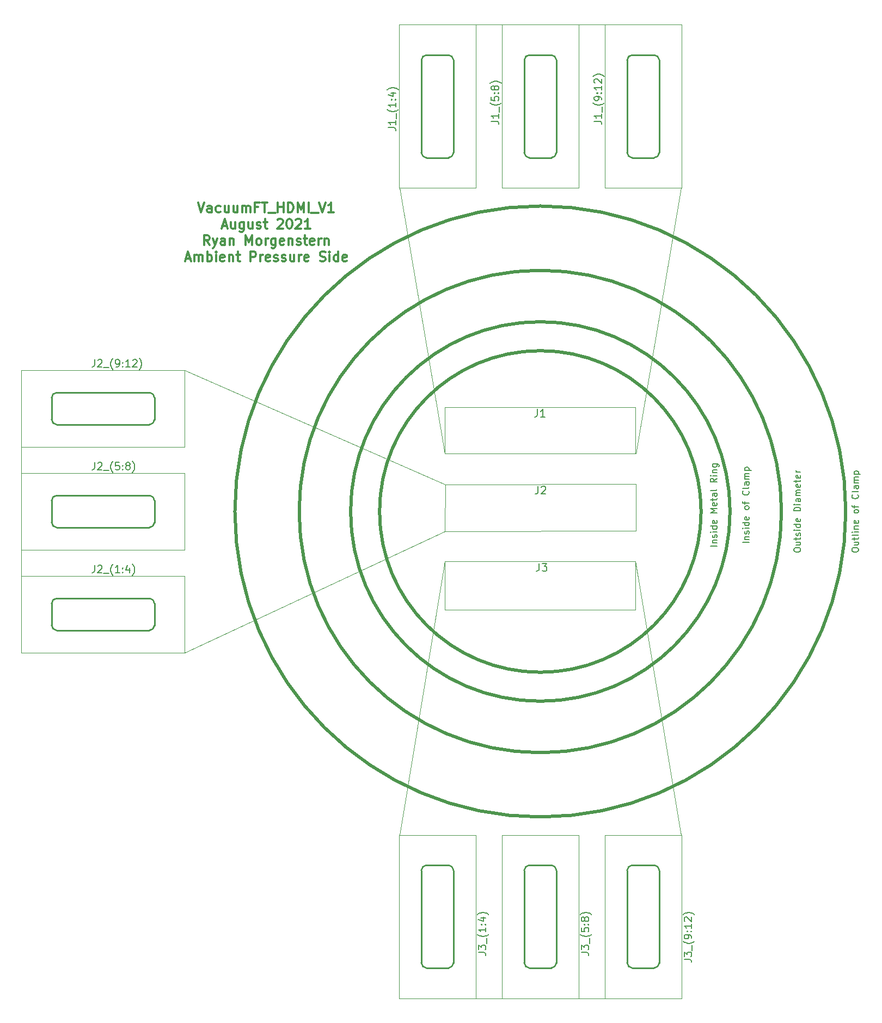
<source format=gbr>
%TF.GenerationSoftware,KiCad,Pcbnew,(5.1.9)-1*%
%TF.CreationDate,2021-08-10T11:53:15-06:00*%
%TF.ProjectId,VacuumFeedThruHDMI,56616375-756d-4466-9565-645468727548,rev?*%
%TF.SameCoordinates,Original*%
%TF.FileFunction,Legend,Top*%
%TF.FilePolarity,Positive*%
%FSLAX46Y46*%
G04 Gerber Fmt 4.6, Leading zero omitted, Abs format (unit mm)*
G04 Created by KiCad (PCBNEW (5.1.9)-1) date 2021-08-10 11:53:15*
%MOMM*%
%LPD*%
G01*
G04 APERTURE LIST*
%ADD10C,0.300000*%
%ADD11C,0.120000*%
%ADD12C,0.254000*%
%ADD13C,0.500000*%
%ADD14C,0.152000*%
%ADD15C,0.150000*%
G04 APERTURE END LIST*
D10*
X-53242857Y48046428D02*
X-52742857Y46546428D01*
X-52242857Y48046428D01*
X-51100000Y46546428D02*
X-51100000Y47332142D01*
X-51171428Y47475000D01*
X-51314285Y47546428D01*
X-51600000Y47546428D01*
X-51742857Y47475000D01*
X-51100000Y46617857D02*
X-51242857Y46546428D01*
X-51600000Y46546428D01*
X-51742857Y46617857D01*
X-51814285Y46760714D01*
X-51814285Y46903571D01*
X-51742857Y47046428D01*
X-51600000Y47117857D01*
X-51242857Y47117857D01*
X-51100000Y47189285D01*
X-49742857Y46617857D02*
X-49885714Y46546428D01*
X-50171428Y46546428D01*
X-50314285Y46617857D01*
X-50385714Y46689285D01*
X-50457142Y46832142D01*
X-50457142Y47260714D01*
X-50385714Y47403571D01*
X-50314285Y47475000D01*
X-50171428Y47546428D01*
X-49885714Y47546428D01*
X-49742857Y47475000D01*
X-48457142Y47546428D02*
X-48457142Y46546428D01*
X-49100000Y47546428D02*
X-49100000Y46760714D01*
X-49028571Y46617857D01*
X-48885714Y46546428D01*
X-48671428Y46546428D01*
X-48528571Y46617857D01*
X-48457142Y46689285D01*
X-47100000Y47546428D02*
X-47100000Y46546428D01*
X-47742857Y47546428D02*
X-47742857Y46760714D01*
X-47671428Y46617857D01*
X-47528571Y46546428D01*
X-47314285Y46546428D01*
X-47171428Y46617857D01*
X-47100000Y46689285D01*
X-46385714Y46546428D02*
X-46385714Y47546428D01*
X-46385714Y47403571D02*
X-46314285Y47475000D01*
X-46171428Y47546428D01*
X-45957142Y47546428D01*
X-45814285Y47475000D01*
X-45742857Y47332142D01*
X-45742857Y46546428D01*
X-45742857Y47332142D02*
X-45671428Y47475000D01*
X-45528571Y47546428D01*
X-45314285Y47546428D01*
X-45171428Y47475000D01*
X-45100000Y47332142D01*
X-45100000Y46546428D01*
X-43885714Y47332142D02*
X-44385714Y47332142D01*
X-44385714Y46546428D02*
X-44385714Y48046428D01*
X-43671428Y48046428D01*
X-43314285Y48046428D02*
X-42457142Y48046428D01*
X-42885714Y46546428D02*
X-42885714Y48046428D01*
X-42314285Y46403571D02*
X-41171428Y46403571D01*
X-40814285Y46546428D02*
X-40814285Y48046428D01*
X-40814285Y47332142D02*
X-39957142Y47332142D01*
X-39957142Y46546428D02*
X-39957142Y48046428D01*
X-39242857Y46546428D02*
X-39242857Y48046428D01*
X-38885714Y48046428D01*
X-38671428Y47975000D01*
X-38528571Y47832142D01*
X-38457142Y47689285D01*
X-38385714Y47403571D01*
X-38385714Y47189285D01*
X-38457142Y46903571D01*
X-38528571Y46760714D01*
X-38671428Y46617857D01*
X-38885714Y46546428D01*
X-39242857Y46546428D01*
X-37742857Y46546428D02*
X-37742857Y48046428D01*
X-37242857Y46975000D01*
X-36742857Y48046428D01*
X-36742857Y46546428D01*
X-36028571Y46546428D02*
X-36028571Y48046428D01*
X-35671428Y46403571D02*
X-34528571Y46403571D01*
X-34385714Y48046428D02*
X-33885714Y46546428D01*
X-33385714Y48046428D01*
X-32100000Y46546428D02*
X-32957142Y46546428D01*
X-32528571Y46546428D02*
X-32528571Y48046428D01*
X-32671428Y47832142D01*
X-32814285Y47689285D01*
X-32957142Y47617857D01*
X-49457142Y44425000D02*
X-48742857Y44425000D01*
X-49600000Y43996428D02*
X-49100000Y45496428D01*
X-48600000Y43996428D01*
X-47457142Y44996428D02*
X-47457142Y43996428D01*
X-48100000Y44996428D02*
X-48100000Y44210714D01*
X-48028571Y44067857D01*
X-47885714Y43996428D01*
X-47671428Y43996428D01*
X-47528571Y44067857D01*
X-47457142Y44139285D01*
X-46100000Y44996428D02*
X-46100000Y43782142D01*
X-46171428Y43639285D01*
X-46242857Y43567857D01*
X-46385714Y43496428D01*
X-46600000Y43496428D01*
X-46742857Y43567857D01*
X-46100000Y44067857D02*
X-46242857Y43996428D01*
X-46528571Y43996428D01*
X-46671428Y44067857D01*
X-46742857Y44139285D01*
X-46814285Y44282142D01*
X-46814285Y44710714D01*
X-46742857Y44853571D01*
X-46671428Y44925000D01*
X-46528571Y44996428D01*
X-46242857Y44996428D01*
X-46100000Y44925000D01*
X-44742857Y44996428D02*
X-44742857Y43996428D01*
X-45385714Y44996428D02*
X-45385714Y44210714D01*
X-45314285Y44067857D01*
X-45171428Y43996428D01*
X-44957142Y43996428D01*
X-44814285Y44067857D01*
X-44742857Y44139285D01*
X-44100000Y44067857D02*
X-43957142Y43996428D01*
X-43671428Y43996428D01*
X-43528571Y44067857D01*
X-43457142Y44210714D01*
X-43457142Y44282142D01*
X-43528571Y44425000D01*
X-43671428Y44496428D01*
X-43885714Y44496428D01*
X-44028571Y44567857D01*
X-44100000Y44710714D01*
X-44100000Y44782142D01*
X-44028571Y44925000D01*
X-43885714Y44996428D01*
X-43671428Y44996428D01*
X-43528571Y44925000D01*
X-43028571Y44996428D02*
X-42457142Y44996428D01*
X-42814285Y45496428D02*
X-42814285Y44210714D01*
X-42742857Y44067857D01*
X-42600000Y43996428D01*
X-42457142Y43996428D01*
X-40885714Y45353571D02*
X-40814285Y45425000D01*
X-40671428Y45496428D01*
X-40314285Y45496428D01*
X-40171428Y45425000D01*
X-40100000Y45353571D01*
X-40028571Y45210714D01*
X-40028571Y45067857D01*
X-40100000Y44853571D01*
X-40957142Y43996428D01*
X-40028571Y43996428D01*
X-39100000Y45496428D02*
X-38957142Y45496428D01*
X-38814285Y45425000D01*
X-38742857Y45353571D01*
X-38671428Y45210714D01*
X-38600000Y44925000D01*
X-38600000Y44567857D01*
X-38671428Y44282142D01*
X-38742857Y44139285D01*
X-38814285Y44067857D01*
X-38957142Y43996428D01*
X-39100000Y43996428D01*
X-39242857Y44067857D01*
X-39314285Y44139285D01*
X-39385714Y44282142D01*
X-39457142Y44567857D01*
X-39457142Y44925000D01*
X-39385714Y45210714D01*
X-39314285Y45353571D01*
X-39242857Y45425000D01*
X-39100000Y45496428D01*
X-38028571Y45353571D02*
X-37957142Y45425000D01*
X-37814285Y45496428D01*
X-37457142Y45496428D01*
X-37314285Y45425000D01*
X-37242857Y45353571D01*
X-37171428Y45210714D01*
X-37171428Y45067857D01*
X-37242857Y44853571D01*
X-38100000Y43996428D01*
X-37171428Y43996428D01*
X-35742857Y43996428D02*
X-36600000Y43996428D01*
X-36171428Y43996428D02*
X-36171428Y45496428D01*
X-36314285Y45282142D01*
X-36457142Y45139285D01*
X-36600000Y45067857D01*
X-51457142Y41446428D02*
X-51957142Y42160714D01*
X-52314285Y41446428D02*
X-52314285Y42946428D01*
X-51742857Y42946428D01*
X-51600000Y42875000D01*
X-51528571Y42803571D01*
X-51457142Y42660714D01*
X-51457142Y42446428D01*
X-51528571Y42303571D01*
X-51600000Y42232142D01*
X-51742857Y42160714D01*
X-52314285Y42160714D01*
X-50957142Y42446428D02*
X-50600000Y41446428D01*
X-50242857Y42446428D02*
X-50600000Y41446428D01*
X-50742857Y41089285D01*
X-50814285Y41017857D01*
X-50957142Y40946428D01*
X-49028571Y41446428D02*
X-49028571Y42232142D01*
X-49100000Y42375000D01*
X-49242857Y42446428D01*
X-49528571Y42446428D01*
X-49671428Y42375000D01*
X-49028571Y41517857D02*
X-49171428Y41446428D01*
X-49528571Y41446428D01*
X-49671428Y41517857D01*
X-49742857Y41660714D01*
X-49742857Y41803571D01*
X-49671428Y41946428D01*
X-49528571Y42017857D01*
X-49171428Y42017857D01*
X-49028571Y42089285D01*
X-48314285Y42446428D02*
X-48314285Y41446428D01*
X-48314285Y42303571D02*
X-48242857Y42375000D01*
X-48100000Y42446428D01*
X-47885714Y42446428D01*
X-47742857Y42375000D01*
X-47671428Y42232142D01*
X-47671428Y41446428D01*
X-45814285Y41446428D02*
X-45814285Y42946428D01*
X-45314285Y41875000D01*
X-44814285Y42946428D01*
X-44814285Y41446428D01*
X-43885714Y41446428D02*
X-44028571Y41517857D01*
X-44100000Y41589285D01*
X-44171428Y41732142D01*
X-44171428Y42160714D01*
X-44100000Y42303571D01*
X-44028571Y42375000D01*
X-43885714Y42446428D01*
X-43671428Y42446428D01*
X-43528571Y42375000D01*
X-43457142Y42303571D01*
X-43385714Y42160714D01*
X-43385714Y41732142D01*
X-43457142Y41589285D01*
X-43528571Y41517857D01*
X-43671428Y41446428D01*
X-43885714Y41446428D01*
X-42742857Y41446428D02*
X-42742857Y42446428D01*
X-42742857Y42160714D02*
X-42671428Y42303571D01*
X-42600000Y42375000D01*
X-42457142Y42446428D01*
X-42314285Y42446428D01*
X-41171428Y42446428D02*
X-41171428Y41232142D01*
X-41242857Y41089285D01*
X-41314285Y41017857D01*
X-41457142Y40946428D01*
X-41671428Y40946428D01*
X-41814285Y41017857D01*
X-41171428Y41517857D02*
X-41314285Y41446428D01*
X-41600000Y41446428D01*
X-41742857Y41517857D01*
X-41814285Y41589285D01*
X-41885714Y41732142D01*
X-41885714Y42160714D01*
X-41814285Y42303571D01*
X-41742857Y42375000D01*
X-41600000Y42446428D01*
X-41314285Y42446428D01*
X-41171428Y42375000D01*
X-39885714Y41517857D02*
X-40028571Y41446428D01*
X-40314285Y41446428D01*
X-40457142Y41517857D01*
X-40528571Y41660714D01*
X-40528571Y42232142D01*
X-40457142Y42375000D01*
X-40314285Y42446428D01*
X-40028571Y42446428D01*
X-39885714Y42375000D01*
X-39814285Y42232142D01*
X-39814285Y42089285D01*
X-40528571Y41946428D01*
X-39171428Y42446428D02*
X-39171428Y41446428D01*
X-39171428Y42303571D02*
X-39100000Y42375000D01*
X-38957142Y42446428D01*
X-38742857Y42446428D01*
X-38600000Y42375000D01*
X-38528571Y42232142D01*
X-38528571Y41446428D01*
X-37885714Y41517857D02*
X-37742857Y41446428D01*
X-37457142Y41446428D01*
X-37314285Y41517857D01*
X-37242857Y41660714D01*
X-37242857Y41732142D01*
X-37314285Y41875000D01*
X-37457142Y41946428D01*
X-37671428Y41946428D01*
X-37814285Y42017857D01*
X-37885714Y42160714D01*
X-37885714Y42232142D01*
X-37814285Y42375000D01*
X-37671428Y42446428D01*
X-37457142Y42446428D01*
X-37314285Y42375000D01*
X-36814285Y42446428D02*
X-36242857Y42446428D01*
X-36600000Y42946428D02*
X-36600000Y41660714D01*
X-36528571Y41517857D01*
X-36385714Y41446428D01*
X-36242857Y41446428D01*
X-35171428Y41517857D02*
X-35314285Y41446428D01*
X-35600000Y41446428D01*
X-35742857Y41517857D01*
X-35814285Y41660714D01*
X-35814285Y42232142D01*
X-35742857Y42375000D01*
X-35600000Y42446428D01*
X-35314285Y42446428D01*
X-35171428Y42375000D01*
X-35100000Y42232142D01*
X-35100000Y42089285D01*
X-35814285Y41946428D01*
X-34457142Y41446428D02*
X-34457142Y42446428D01*
X-34457142Y42160714D02*
X-34385714Y42303571D01*
X-34314285Y42375000D01*
X-34171428Y42446428D01*
X-34028571Y42446428D01*
X-33528571Y42446428D02*
X-33528571Y41446428D01*
X-33528571Y42303571D02*
X-33457142Y42375000D01*
X-33314285Y42446428D01*
X-33100000Y42446428D01*
X-32957142Y42375000D01*
X-32885714Y42232142D01*
X-32885714Y41446428D01*
X-55135714Y39325000D02*
X-54421428Y39325000D01*
X-55278571Y38896428D02*
X-54778571Y40396428D01*
X-54278571Y38896428D01*
X-53778571Y38896428D02*
X-53778571Y39896428D01*
X-53778571Y39753571D02*
X-53707142Y39825000D01*
X-53564285Y39896428D01*
X-53349999Y39896428D01*
X-53207142Y39825000D01*
X-53135714Y39682142D01*
X-53135714Y38896428D01*
X-53135714Y39682142D02*
X-53064285Y39825000D01*
X-52921428Y39896428D01*
X-52707142Y39896428D01*
X-52564285Y39825000D01*
X-52492857Y39682142D01*
X-52492857Y38896428D01*
X-51778571Y38896428D02*
X-51778571Y40396428D01*
X-51778571Y39825000D02*
X-51635714Y39896428D01*
X-51350000Y39896428D01*
X-51207142Y39825000D01*
X-51135714Y39753571D01*
X-51064285Y39610714D01*
X-51064285Y39182142D01*
X-51135714Y39039285D01*
X-51207142Y38967857D01*
X-51350000Y38896428D01*
X-51635714Y38896428D01*
X-51778571Y38967857D01*
X-50421428Y38896428D02*
X-50421428Y39896428D01*
X-50421428Y40396428D02*
X-50492857Y40325000D01*
X-50421428Y40253571D01*
X-50350000Y40325000D01*
X-50421428Y40396428D01*
X-50421428Y40253571D01*
X-49135714Y38967857D02*
X-49278571Y38896428D01*
X-49564285Y38896428D01*
X-49707142Y38967857D01*
X-49778571Y39110714D01*
X-49778571Y39682142D01*
X-49707142Y39825000D01*
X-49564285Y39896428D01*
X-49278571Y39896428D01*
X-49135714Y39825000D01*
X-49064285Y39682142D01*
X-49064285Y39539285D01*
X-49778571Y39396428D01*
X-48421428Y39896428D02*
X-48421428Y38896428D01*
X-48421428Y39753571D02*
X-48350000Y39825000D01*
X-48207142Y39896428D01*
X-47992857Y39896428D01*
X-47850000Y39825000D01*
X-47778571Y39682142D01*
X-47778571Y38896428D01*
X-47278571Y39896428D02*
X-46707142Y39896428D01*
X-47064285Y40396428D02*
X-47064285Y39110714D01*
X-46992857Y38967857D01*
X-46850000Y38896428D01*
X-46707142Y38896428D01*
X-45064285Y38896428D02*
X-45064285Y40396428D01*
X-44492857Y40396428D01*
X-44350000Y40325000D01*
X-44278571Y40253571D01*
X-44207142Y40110714D01*
X-44207142Y39896428D01*
X-44278571Y39753571D01*
X-44350000Y39682142D01*
X-44492857Y39610714D01*
X-45064285Y39610714D01*
X-43564285Y38896428D02*
X-43564285Y39896428D01*
X-43564285Y39610714D02*
X-43492857Y39753571D01*
X-43421428Y39825000D01*
X-43278571Y39896428D01*
X-43135714Y39896428D01*
X-42064285Y38967857D02*
X-42207142Y38896428D01*
X-42492857Y38896428D01*
X-42635714Y38967857D01*
X-42707142Y39110714D01*
X-42707142Y39682142D01*
X-42635714Y39825000D01*
X-42492857Y39896428D01*
X-42207142Y39896428D01*
X-42064285Y39825000D01*
X-41992857Y39682142D01*
X-41992857Y39539285D01*
X-42707142Y39396428D01*
X-41421428Y38967857D02*
X-41278571Y38896428D01*
X-40992857Y38896428D01*
X-40850000Y38967857D01*
X-40778571Y39110714D01*
X-40778571Y39182142D01*
X-40850000Y39325000D01*
X-40992857Y39396428D01*
X-41207142Y39396428D01*
X-41350000Y39467857D01*
X-41421428Y39610714D01*
X-41421428Y39682142D01*
X-41350000Y39825000D01*
X-41207142Y39896428D01*
X-40992857Y39896428D01*
X-40850000Y39825000D01*
X-40207142Y38967857D02*
X-40064285Y38896428D01*
X-39778571Y38896428D01*
X-39635714Y38967857D01*
X-39564285Y39110714D01*
X-39564285Y39182142D01*
X-39635714Y39325000D01*
X-39778571Y39396428D01*
X-39992857Y39396428D01*
X-40135714Y39467857D01*
X-40207142Y39610714D01*
X-40207142Y39682142D01*
X-40135714Y39825000D01*
X-39992857Y39896428D01*
X-39778571Y39896428D01*
X-39635714Y39825000D01*
X-38278571Y39896428D02*
X-38278571Y38896428D01*
X-38921428Y39896428D02*
X-38921428Y39110714D01*
X-38849999Y38967857D01*
X-38707142Y38896428D01*
X-38492857Y38896428D01*
X-38350000Y38967857D01*
X-38278571Y39039285D01*
X-37564285Y38896428D02*
X-37564285Y39896428D01*
X-37564285Y39610714D02*
X-37492857Y39753571D01*
X-37421428Y39825000D01*
X-37278571Y39896428D01*
X-37135714Y39896428D01*
X-36064285Y38967857D02*
X-36207142Y38896428D01*
X-36492857Y38896428D01*
X-36635714Y38967857D01*
X-36707142Y39110714D01*
X-36707142Y39682142D01*
X-36635714Y39825000D01*
X-36492857Y39896428D01*
X-36207142Y39896428D01*
X-36064285Y39825000D01*
X-35992857Y39682142D01*
X-35992857Y39539285D01*
X-36707142Y39396428D01*
X-34278571Y38967857D02*
X-34064285Y38896428D01*
X-33707142Y38896428D01*
X-33564285Y38967857D01*
X-33492857Y39039285D01*
X-33421428Y39182142D01*
X-33421428Y39325000D01*
X-33492857Y39467857D01*
X-33564285Y39539285D01*
X-33707142Y39610714D01*
X-33992857Y39682142D01*
X-34135714Y39753571D01*
X-34207142Y39825000D01*
X-34278571Y39967857D01*
X-34278571Y40110714D01*
X-34207142Y40253571D01*
X-34135714Y40325000D01*
X-33992857Y40396428D01*
X-33635714Y40396428D01*
X-33421428Y40325000D01*
X-32778571Y38896428D02*
X-32778571Y39896428D01*
X-32778571Y40396428D02*
X-32849999Y40325000D01*
X-32778571Y40253571D01*
X-32707142Y40325000D01*
X-32778571Y40396428D01*
X-32778571Y40253571D01*
X-31421428Y38896428D02*
X-31421428Y40396428D01*
X-31421428Y38967857D02*
X-31564285Y38896428D01*
X-31849999Y38896428D01*
X-31992857Y38967857D01*
X-32064285Y39039285D01*
X-32135714Y39182142D01*
X-32135714Y39610714D01*
X-32064285Y39753571D01*
X-31992857Y39825000D01*
X-31849999Y39896428D01*
X-31564285Y39896428D01*
X-31421428Y39825000D01*
X-30135714Y38967857D02*
X-30278571Y38896428D01*
X-30564285Y38896428D01*
X-30707142Y38967857D01*
X-30778571Y39110714D01*
X-30778571Y39682142D01*
X-30707142Y39825000D01*
X-30564285Y39896428D01*
X-30278571Y39896428D01*
X-30135714Y39825000D01*
X-30064285Y39682142D01*
X-30064285Y39539285D01*
X-30778571Y39396428D01*
D11*
X14750000Y16250000D02*
X14750000Y8990000D01*
X-14860000Y16250000D02*
X14750000Y16250000D01*
X-14860000Y9000000D02*
X-14860000Y16250000D01*
X14800000Y-7750000D02*
X14800000Y-15250000D01*
X-14840000Y-15250000D02*
X14800000Y-15250000D01*
X-14840000Y-7750000D02*
X-14840000Y-15250000D01*
X14900000Y-3000000D02*
X-14840000Y-3110000D01*
X14900000Y4250000D02*
X14900000Y-3000000D01*
X-14800000Y4200000D02*
X14900000Y4250000D01*
X14800000Y-7750000D02*
X-14840000Y-7750000D01*
X21900000Y-50300000D02*
X14800000Y-7750000D01*
X-19000000Y-75700000D02*
X19000000Y-75700000D01*
X-14840000Y-7750000D02*
X-21900000Y-50300000D01*
X-14860000Y9000000D02*
X14840000Y8990000D01*
X-14800000Y4200000D02*
X-14840000Y-3110000D01*
X-55300000Y-22000000D02*
X-14840000Y-3110000D01*
X-80700000Y19000000D02*
X-80700000Y-19000000D01*
X-14800000Y4200000D02*
X-55300000Y22000000D01*
X-19000000Y75700000D02*
X19000000Y75700000D01*
X-14860000Y9000000D02*
X-21900000Y50300000D01*
X14840000Y8990000D02*
X21900000Y50300000D01*
%TO.C,J3_(9:12)*%
X22000000Y-50300000D02*
X22000000Y-75700000D01*
D12*
X14300000Y-71000000D02*
X17700000Y-71000000D01*
X17700000Y-55000000D02*
X14300000Y-55000000D01*
X13500000Y-70200000D02*
X13500000Y-55800000D01*
X18500000Y-55800000D02*
X18500000Y-70200000D01*
D11*
X22000000Y-75700000D02*
X10000000Y-75700000D01*
X22000000Y-50300000D02*
X10000000Y-50300000D01*
X10000000Y-50300000D02*
X10000000Y-75700000D01*
D12*
X17699391Y-70999077D02*
G75*
G03*
X18500000Y-70200000I-39391J840077D01*
G01*
X14300579Y-55000924D02*
G75*
G03*
X13500000Y-55800000I39421J-840076D01*
G01*
X13499923Y-70200391D02*
G75*
G03*
X14299000Y-71001000I840077J39391D01*
G01*
X18500076Y-55799579D02*
G75*
G03*
X17701000Y-54999000I-840076J-39421D01*
G01*
D11*
%TO.C,J3_(1:4)*%
X-10000000Y-50300000D02*
X-10000000Y-75700000D01*
D12*
X-17700000Y-71000000D02*
X-14300000Y-71000000D01*
X-14300000Y-55000000D02*
X-17700000Y-55000000D01*
X-18500000Y-70200000D02*
X-18500000Y-55800000D01*
X-13500000Y-55800000D02*
X-13500000Y-70200000D01*
D11*
X-10000000Y-75700000D02*
X-22000000Y-75700000D01*
X-10000000Y-50300000D02*
X-22000000Y-50300000D01*
X-22000000Y-50300000D02*
X-22000000Y-75700000D01*
D12*
X-14300609Y-70999077D02*
G75*
G03*
X-13500000Y-70200000I-39391J840077D01*
G01*
X-17699421Y-55000924D02*
G75*
G03*
X-18500000Y-55800000I39421J-840076D01*
G01*
X-18500077Y-70200391D02*
G75*
G03*
X-17701000Y-71001000I840077J39391D01*
G01*
X-13499924Y-55799579D02*
G75*
G03*
X-14299000Y-54999000I-840076J-39421D01*
G01*
D11*
%TO.C,J3_(5:8)*%
X6000000Y-50300000D02*
X6000000Y-75700000D01*
D12*
X-1700000Y-71000000D02*
X1700000Y-71000000D01*
X1700000Y-55000000D02*
X-1700000Y-55000000D01*
X-2500000Y-70200000D02*
X-2500000Y-55800000D01*
X2500000Y-55800000D02*
X2500000Y-70200000D01*
D11*
X6000000Y-75700000D02*
X-6000000Y-75700000D01*
X6000000Y-50300000D02*
X-6000000Y-50300000D01*
X-6000000Y-50300000D02*
X-6000000Y-75700000D01*
D12*
X1699391Y-70999077D02*
G75*
G03*
X2500000Y-70200000I-39391J840077D01*
G01*
X-1699421Y-55000924D02*
G75*
G03*
X-2500000Y-55800000I39421J-840076D01*
G01*
X-2500077Y-70200391D02*
G75*
G03*
X-1701000Y-71001000I840077J39391D01*
G01*
X2500076Y-55799579D02*
G75*
G03*
X1701000Y-54999000I-840076J-39421D01*
G01*
D11*
%TO.C,J1_(9:12)*%
X10000000Y50300000D02*
X10000000Y75700000D01*
D12*
X17700000Y71000000D02*
X14300000Y71000000D01*
X14300000Y55000000D02*
X17700000Y55000000D01*
X18500000Y70200000D02*
X18500000Y55800000D01*
X13500000Y55800000D02*
X13500000Y70200000D01*
D11*
X10000000Y75700000D02*
X22000000Y75700000D01*
X10000000Y50300000D02*
X22000000Y50300000D01*
X22000000Y50300000D02*
X22000000Y75700000D01*
D12*
X14300609Y70999077D02*
G75*
G03*
X13500000Y70200000I39391J-840077D01*
G01*
X17699421Y55000924D02*
G75*
G03*
X18500000Y55800000I-39421J840076D01*
G01*
X18500077Y70200391D02*
G75*
G03*
X17701000Y71001000I-840077J-39391D01*
G01*
X13499924Y55799579D02*
G75*
G03*
X14299000Y54999000I840076J39421D01*
G01*
D11*
%TO.C,J1_(1:4)*%
X-22000000Y50300000D02*
X-22000000Y75700000D01*
D12*
X-14300000Y71000000D02*
X-17700000Y71000000D01*
X-17700000Y55000000D02*
X-14300000Y55000000D01*
X-13500000Y70200000D02*
X-13500000Y55800000D01*
X-18500000Y55800000D02*
X-18500000Y70200000D01*
D11*
X-22000000Y75700000D02*
X-10000000Y75700000D01*
X-22000000Y50300000D02*
X-10000000Y50300000D01*
X-10000000Y50300000D02*
X-10000000Y75700000D01*
D12*
X-17699391Y70999077D02*
G75*
G03*
X-18500000Y70200000I39391J-840077D01*
G01*
X-14300579Y55000924D02*
G75*
G03*
X-13500000Y55800000I-39421J840076D01*
G01*
X-13499923Y70200391D02*
G75*
G03*
X-14299000Y71001000I-840077J-39391D01*
G01*
X-18500076Y55799579D02*
G75*
G03*
X-17701000Y54999000I840076J39421D01*
G01*
D11*
%TO.C,J1_(5:8)*%
X-6000000Y50300000D02*
X-6000000Y75700000D01*
D12*
X1700000Y71000000D02*
X-1700000Y71000000D01*
X-1700000Y55000000D02*
X1700000Y55000000D01*
X2500000Y70200000D02*
X2500000Y55800000D01*
X-2500000Y55800000D02*
X-2500000Y70200000D01*
D11*
X-6000000Y75700000D02*
X6000000Y75700000D01*
X-6000000Y50300000D02*
X6000000Y50300000D01*
X6000000Y50300000D02*
X6000000Y75700000D01*
D12*
X-1699391Y70999077D02*
G75*
G03*
X-2500000Y70200000I39391J-840077D01*
G01*
X1699421Y55000924D02*
G75*
G03*
X2500000Y55800000I-39421J840076D01*
G01*
X2500077Y70200391D02*
G75*
G03*
X1701000Y71001000I-840077J-39391D01*
G01*
X-2500076Y55799579D02*
G75*
G03*
X-1701000Y54999000I840076J39421D01*
G01*
D11*
%TO.C,J2_(9:12)*%
X-80700000Y22000000D02*
X-55300000Y22000000D01*
D12*
X-60000000Y14300000D02*
X-60000000Y17700000D01*
X-76000000Y17700000D02*
X-76000000Y14300000D01*
X-60800000Y13500000D02*
X-75200000Y13500000D01*
X-75200000Y18500000D02*
X-60800000Y18500000D01*
D11*
X-55300000Y22000000D02*
X-55300000Y10000000D01*
X-80700000Y22000000D02*
X-80700000Y10000000D01*
X-80700000Y10000000D02*
X-55300000Y10000000D01*
D12*
X-60000923Y17699391D02*
G75*
G03*
X-60800000Y18500000I-840077J-39391D01*
G01*
X-75999076Y14300579D02*
G75*
G03*
X-75200000Y13500000I840076J39421D01*
G01*
X-60799609Y13499923D02*
G75*
G03*
X-59999000Y14299000I-39391J840077D01*
G01*
X-75200421Y18500076D02*
G75*
G03*
X-76001000Y17701000I39421J-840076D01*
G01*
D11*
%TO.C,J2_(1:4)*%
X-80700000Y-10000000D02*
X-55300000Y-10000000D01*
D12*
X-60000000Y-17700000D02*
X-60000000Y-14300000D01*
X-76000000Y-14300000D02*
X-76000000Y-17700000D01*
X-60800000Y-18500000D02*
X-75200000Y-18500000D01*
X-75200000Y-13500000D02*
X-60800000Y-13500000D01*
D11*
X-55300000Y-10000000D02*
X-55300000Y-22000000D01*
X-80700000Y-10000000D02*
X-80700000Y-22000000D01*
X-80700000Y-22000000D02*
X-55300000Y-22000000D01*
D12*
X-60000923Y-14300609D02*
G75*
G03*
X-60800000Y-13500000I-840077J-39391D01*
G01*
X-75999076Y-17699421D02*
G75*
G03*
X-75200000Y-18500000I840076J39421D01*
G01*
X-60799609Y-18500077D02*
G75*
G03*
X-59999000Y-17701000I-39391J840077D01*
G01*
X-75200421Y-13499924D02*
G75*
G03*
X-76001000Y-14299000I39421J-840076D01*
G01*
D11*
%TO.C,J2_(5:8)*%
X-80700000Y6000000D02*
X-55300000Y6000000D01*
D12*
X-60000000Y-1700000D02*
X-60000000Y1700000D01*
X-76000000Y1700000D02*
X-76000000Y-1700000D01*
X-60800000Y-2500000D02*
X-75200000Y-2500000D01*
X-75200000Y2500000D02*
X-60800000Y2500000D01*
D11*
X-55300000Y6000000D02*
X-55300000Y-6000000D01*
X-80700000Y6000000D02*
X-80700000Y-6000000D01*
X-80700000Y-6000000D02*
X-55300000Y-6000000D01*
D12*
X-60000923Y1699391D02*
G75*
G03*
X-60800000Y2500000I-840077J-39391D01*
G01*
X-75999076Y-1699421D02*
G75*
G03*
X-75200000Y-2500000I840076J39421D01*
G01*
X-60799609Y-2500077D02*
G75*
G03*
X-59999000Y-1701000I-39391J840077D01*
G01*
X-75200421Y2500076D02*
G75*
G03*
X-76001000Y1701000I39421J-840076D01*
G01*
D13*
%TO.C,J2*%
X25000000Y0D02*
G75*
G03*
X25000000Y0I-25000000J0D01*
G01*
X37500000Y0D02*
G75*
G03*
X37500000Y0I-37500000J0D01*
G01*
X47500000Y0D02*
G75*
G03*
X47500000Y0I-47500000J0D01*
G01*
X29500000Y0D02*
G75*
G03*
X29500000Y0I-29500000J0D01*
G01*
%TO.C,J3_(9:12)*%
D14*
X22374071Y-69664371D02*
X23190500Y-69664371D01*
X23353785Y-69718800D01*
X23462642Y-69827657D01*
X23517071Y-69990942D01*
X23517071Y-70099800D01*
X22374071Y-69228942D02*
X22374071Y-68521371D01*
X22809500Y-68902371D01*
X22809500Y-68739085D01*
X22863928Y-68630228D01*
X22918357Y-68575800D01*
X23027214Y-68521371D01*
X23299357Y-68521371D01*
X23408214Y-68575800D01*
X23462642Y-68630228D01*
X23517071Y-68739085D01*
X23517071Y-69065657D01*
X23462642Y-69174514D01*
X23408214Y-69228942D01*
X23625928Y-68303657D02*
X23625928Y-67432800D01*
X23952500Y-66834085D02*
X23898071Y-66888514D01*
X23734785Y-66997371D01*
X23625928Y-67051800D01*
X23462642Y-67106228D01*
X23190500Y-67160657D01*
X22972785Y-67160657D01*
X22700642Y-67106228D01*
X22537357Y-67051800D01*
X22428500Y-66997371D01*
X22265214Y-66888514D01*
X22210785Y-66834085D01*
X23517071Y-66344228D02*
X23517071Y-66126514D01*
X23462642Y-66017657D01*
X23408214Y-65963228D01*
X23244928Y-65854371D01*
X23027214Y-65799942D01*
X22591785Y-65799942D01*
X22482928Y-65854371D01*
X22428500Y-65908800D01*
X22374071Y-66017657D01*
X22374071Y-66235371D01*
X22428500Y-66344228D01*
X22482928Y-66398657D01*
X22591785Y-66453085D01*
X22863928Y-66453085D01*
X22972785Y-66398657D01*
X23027214Y-66344228D01*
X23081642Y-66235371D01*
X23081642Y-66017657D01*
X23027214Y-65908800D01*
X22972785Y-65854371D01*
X22863928Y-65799942D01*
X23408214Y-65310085D02*
X23462642Y-65255657D01*
X23517071Y-65310085D01*
X23462642Y-65364514D01*
X23408214Y-65310085D01*
X23517071Y-65310085D01*
X22809500Y-65310085D02*
X22863928Y-65255657D01*
X22918357Y-65310085D01*
X22863928Y-65364514D01*
X22809500Y-65310085D01*
X22918357Y-65310085D01*
X23517071Y-64167085D02*
X23517071Y-64820228D01*
X23517071Y-64493657D02*
X22374071Y-64493657D01*
X22537357Y-64602514D01*
X22646214Y-64711371D01*
X22700642Y-64820228D01*
X22482928Y-63731657D02*
X22428500Y-63677228D01*
X22374071Y-63568371D01*
X22374071Y-63296228D01*
X22428500Y-63187371D01*
X22482928Y-63132942D01*
X22591785Y-63078514D01*
X22700642Y-63078514D01*
X22863928Y-63132942D01*
X23517071Y-63786085D01*
X23517071Y-63078514D01*
X23952500Y-62697514D02*
X23898071Y-62643085D01*
X23734785Y-62534228D01*
X23625928Y-62479800D01*
X23462642Y-62425371D01*
X23190500Y-62370942D01*
X22972785Y-62370942D01*
X22700642Y-62425371D01*
X22537357Y-62479800D01*
X22428500Y-62534228D01*
X22265214Y-62643085D01*
X22210785Y-62697514D01*
%TO.C,*%
D15*
X-190000Y-8072857D02*
X-190000Y-8930000D01*
X-247142Y-9101428D01*
X-361428Y-9215714D01*
X-532857Y-9272857D01*
X-647142Y-9272857D01*
X267142Y-8072857D02*
X1009999Y-8072857D01*
X609999Y-8530000D01*
X781428Y-8530000D01*
X895714Y-8587142D01*
X952857Y-8644285D01*
X1009999Y-8758571D01*
X1009999Y-9044285D01*
X952857Y-9158571D01*
X895714Y-9215714D01*
X781428Y-9272857D01*
X438571Y-9272857D01*
X324285Y-9215714D01*
X267142Y-9158571D01*
X-460000Y15917142D02*
X-460000Y15060000D01*
X-517142Y14888571D01*
X-631428Y14774285D01*
X-802857Y14717142D01*
X-917142Y14717142D01*
X739999Y14717142D02*
X54285Y14717142D01*
X397142Y14717142D02*
X397142Y15917142D01*
X282857Y15745714D01*
X168571Y15631428D01*
X54285Y15574285D01*
%TO.C,J3_(1:4)*%
D14*
X-9625928Y-68575800D02*
X-8809500Y-68575800D01*
X-8646214Y-68630228D01*
X-8537357Y-68739085D01*
X-8482928Y-68902371D01*
X-8482928Y-69011228D01*
X-9625928Y-68140371D02*
X-9625928Y-67432800D01*
X-9190500Y-67813800D01*
X-9190500Y-67650514D01*
X-9136071Y-67541657D01*
X-9081642Y-67487228D01*
X-8972785Y-67432800D01*
X-8700642Y-67432800D01*
X-8591785Y-67487228D01*
X-8537357Y-67541657D01*
X-8482928Y-67650514D01*
X-8482928Y-67977085D01*
X-8537357Y-68085942D01*
X-8591785Y-68140371D01*
X-8374071Y-67215085D02*
X-8374071Y-66344228D01*
X-8047500Y-65745514D02*
X-8101928Y-65799942D01*
X-8265214Y-65908800D01*
X-8374071Y-65963228D01*
X-8537357Y-66017657D01*
X-8809500Y-66072085D01*
X-9027214Y-66072085D01*
X-9299357Y-66017657D01*
X-9462642Y-65963228D01*
X-9571500Y-65908800D01*
X-9734785Y-65799942D01*
X-9789214Y-65745514D01*
X-8482928Y-64711371D02*
X-8482928Y-65364514D01*
X-8482928Y-65037942D02*
X-9625928Y-65037942D01*
X-9462642Y-65146800D01*
X-9353785Y-65255657D01*
X-9299357Y-65364514D01*
X-8591785Y-64221514D02*
X-8537357Y-64167085D01*
X-8482928Y-64221514D01*
X-8537357Y-64275942D01*
X-8591785Y-64221514D01*
X-8482928Y-64221514D01*
X-9190500Y-64221514D02*
X-9136071Y-64167085D01*
X-9081642Y-64221514D01*
X-9136071Y-64275942D01*
X-9190500Y-64221514D01*
X-9081642Y-64221514D01*
X-9244928Y-63187371D02*
X-8482928Y-63187371D01*
X-9680357Y-63459514D02*
X-8863928Y-63731657D01*
X-8863928Y-63024085D01*
X-8047500Y-62697514D02*
X-8101928Y-62643085D01*
X-8265214Y-62534228D01*
X-8374071Y-62479800D01*
X-8537357Y-62425371D01*
X-8809500Y-62370942D01*
X-9027214Y-62370942D01*
X-9299357Y-62425371D01*
X-9462642Y-62479800D01*
X-9571500Y-62534228D01*
X-9734785Y-62643085D01*
X-9789214Y-62697514D01*
%TO.C,J3_(5:8)*%
X6374071Y-68575800D02*
X7190500Y-68575800D01*
X7353785Y-68630228D01*
X7462642Y-68739085D01*
X7517071Y-68902371D01*
X7517071Y-69011228D01*
X6374071Y-68140371D02*
X6374071Y-67432800D01*
X6809500Y-67813800D01*
X6809500Y-67650514D01*
X6863928Y-67541657D01*
X6918357Y-67487228D01*
X7027214Y-67432800D01*
X7299357Y-67432800D01*
X7408214Y-67487228D01*
X7462642Y-67541657D01*
X7517071Y-67650514D01*
X7517071Y-67977085D01*
X7462642Y-68085942D01*
X7408214Y-68140371D01*
X7625928Y-67215085D02*
X7625928Y-66344228D01*
X7952500Y-65745514D02*
X7898071Y-65799942D01*
X7734785Y-65908800D01*
X7625928Y-65963228D01*
X7462642Y-66017657D01*
X7190500Y-66072085D01*
X6972785Y-66072085D01*
X6700642Y-66017657D01*
X6537357Y-65963228D01*
X6428500Y-65908800D01*
X6265214Y-65799942D01*
X6210785Y-65745514D01*
X6374071Y-64765800D02*
X6374071Y-65310085D01*
X6918357Y-65364514D01*
X6863928Y-65310085D01*
X6809500Y-65201228D01*
X6809500Y-64929085D01*
X6863928Y-64820228D01*
X6918357Y-64765800D01*
X7027214Y-64711371D01*
X7299357Y-64711371D01*
X7408214Y-64765800D01*
X7462642Y-64820228D01*
X7517071Y-64929085D01*
X7517071Y-65201228D01*
X7462642Y-65310085D01*
X7408214Y-65364514D01*
X7408214Y-64221514D02*
X7462642Y-64167085D01*
X7517071Y-64221514D01*
X7462642Y-64275942D01*
X7408214Y-64221514D01*
X7517071Y-64221514D01*
X6809500Y-64221514D02*
X6863928Y-64167085D01*
X6918357Y-64221514D01*
X6863928Y-64275942D01*
X6809500Y-64221514D01*
X6918357Y-64221514D01*
X6863928Y-63513942D02*
X6809500Y-63622800D01*
X6755071Y-63677228D01*
X6646214Y-63731657D01*
X6591785Y-63731657D01*
X6482928Y-63677228D01*
X6428500Y-63622800D01*
X6374071Y-63513942D01*
X6374071Y-63296228D01*
X6428500Y-63187371D01*
X6482928Y-63132942D01*
X6591785Y-63078514D01*
X6646214Y-63078514D01*
X6755071Y-63132942D01*
X6809500Y-63187371D01*
X6863928Y-63296228D01*
X6863928Y-63513942D01*
X6918357Y-63622800D01*
X6972785Y-63677228D01*
X7081642Y-63731657D01*
X7299357Y-63731657D01*
X7408214Y-63677228D01*
X7462642Y-63622800D01*
X7517071Y-63513942D01*
X7517071Y-63296228D01*
X7462642Y-63187371D01*
X7408214Y-63132942D01*
X7299357Y-63078514D01*
X7081642Y-63078514D01*
X6972785Y-63132942D01*
X6918357Y-63187371D01*
X6863928Y-63296228D01*
X7952500Y-62697514D02*
X7898071Y-62643085D01*
X7734785Y-62534228D01*
X7625928Y-62479800D01*
X7462642Y-62425371D01*
X7190500Y-62370942D01*
X6972785Y-62370942D01*
X6700642Y-62425371D01*
X6537357Y-62479800D01*
X6428500Y-62534228D01*
X6265214Y-62643085D01*
X6210785Y-62697514D01*
%TO.C,J1_(9:12)*%
X8374071Y60697514D02*
X9190500Y60697514D01*
X9353785Y60643085D01*
X9462642Y60534228D01*
X9517071Y60370942D01*
X9517071Y60262085D01*
X9517071Y61840514D02*
X9517071Y61187371D01*
X9517071Y61513942D02*
X8374071Y61513942D01*
X8537357Y61405085D01*
X8646214Y61296228D01*
X8700642Y61187371D01*
X9625928Y62058228D02*
X9625928Y62929085D01*
X9952500Y63527800D02*
X9898071Y63473371D01*
X9734785Y63364514D01*
X9625928Y63310085D01*
X9462642Y63255657D01*
X9190500Y63201228D01*
X8972785Y63201228D01*
X8700642Y63255657D01*
X8537357Y63310085D01*
X8428500Y63364514D01*
X8265214Y63473371D01*
X8210785Y63527800D01*
X9517071Y64017657D02*
X9517071Y64235371D01*
X9462642Y64344228D01*
X9408214Y64398657D01*
X9244928Y64507514D01*
X9027214Y64561942D01*
X8591785Y64561942D01*
X8482928Y64507514D01*
X8428500Y64453085D01*
X8374071Y64344228D01*
X8374071Y64126514D01*
X8428500Y64017657D01*
X8482928Y63963228D01*
X8591785Y63908800D01*
X8863928Y63908800D01*
X8972785Y63963228D01*
X9027214Y64017657D01*
X9081642Y64126514D01*
X9081642Y64344228D01*
X9027214Y64453085D01*
X8972785Y64507514D01*
X8863928Y64561942D01*
X9408214Y65051800D02*
X9462642Y65106228D01*
X9517071Y65051800D01*
X9462642Y64997371D01*
X9408214Y65051800D01*
X9517071Y65051800D01*
X8809500Y65051800D02*
X8863928Y65106228D01*
X8918357Y65051800D01*
X8863928Y64997371D01*
X8809500Y65051800D01*
X8918357Y65051800D01*
X9517071Y66194800D02*
X9517071Y65541657D01*
X9517071Y65868228D02*
X8374071Y65868228D01*
X8537357Y65759371D01*
X8646214Y65650514D01*
X8700642Y65541657D01*
X8482928Y66630228D02*
X8428500Y66684657D01*
X8374071Y66793514D01*
X8374071Y67065657D01*
X8428500Y67174514D01*
X8482928Y67228942D01*
X8591785Y67283371D01*
X8700642Y67283371D01*
X8863928Y67228942D01*
X9517071Y66575800D01*
X9517071Y67283371D01*
X9952500Y67664371D02*
X9898071Y67718800D01*
X9734785Y67827657D01*
X9625928Y67882085D01*
X9462642Y67936514D01*
X9190500Y67990942D01*
X8972785Y67990942D01*
X8700642Y67936514D01*
X8537357Y67882085D01*
X8428500Y67827657D01*
X8265214Y67718800D01*
X8210785Y67664371D01*
%TO.C,J1_(1:4)*%
X-23625928Y59697514D02*
X-22809500Y59697514D01*
X-22646214Y59643085D01*
X-22537357Y59534228D01*
X-22482928Y59370942D01*
X-22482928Y59262085D01*
X-22482928Y60840514D02*
X-22482928Y60187371D01*
X-22482928Y60513942D02*
X-23625928Y60513942D01*
X-23462642Y60405085D01*
X-23353785Y60296228D01*
X-23299357Y60187371D01*
X-22374071Y61058228D02*
X-22374071Y61929085D01*
X-22047500Y62527800D02*
X-22101928Y62473371D01*
X-22265214Y62364514D01*
X-22374071Y62310085D01*
X-22537357Y62255657D01*
X-22809500Y62201228D01*
X-23027214Y62201228D01*
X-23299357Y62255657D01*
X-23462642Y62310085D01*
X-23571500Y62364514D01*
X-23734785Y62473371D01*
X-23789214Y62527800D01*
X-22482928Y63561942D02*
X-22482928Y62908800D01*
X-22482928Y63235371D02*
X-23625928Y63235371D01*
X-23462642Y63126514D01*
X-23353785Y63017657D01*
X-23299357Y62908800D01*
X-22591785Y64051800D02*
X-22537357Y64106228D01*
X-22482928Y64051800D01*
X-22537357Y63997371D01*
X-22591785Y64051800D01*
X-22482928Y64051800D01*
X-23190500Y64051800D02*
X-23136071Y64106228D01*
X-23081642Y64051800D01*
X-23136071Y63997371D01*
X-23190500Y64051800D01*
X-23081642Y64051800D01*
X-23244928Y65085942D02*
X-22482928Y65085942D01*
X-23680357Y64813800D02*
X-22863928Y64541657D01*
X-22863928Y65249228D01*
X-22047500Y65575800D02*
X-22101928Y65630228D01*
X-22265214Y65739085D01*
X-22374071Y65793514D01*
X-22537357Y65847942D01*
X-22809500Y65902371D01*
X-23027214Y65902371D01*
X-23299357Y65847942D01*
X-23462642Y65793514D01*
X-23571500Y65739085D01*
X-23734785Y65630228D01*
X-23789214Y65575800D01*
%TO.C,J1_(5:8)*%
X-7625928Y60697514D02*
X-6809500Y60697514D01*
X-6646214Y60643085D01*
X-6537357Y60534228D01*
X-6482928Y60370942D01*
X-6482928Y60262085D01*
X-6482928Y61840514D02*
X-6482928Y61187371D01*
X-6482928Y61513942D02*
X-7625928Y61513942D01*
X-7462642Y61405085D01*
X-7353785Y61296228D01*
X-7299357Y61187371D01*
X-6374071Y62058228D02*
X-6374071Y62929085D01*
X-6047500Y63527800D02*
X-6101928Y63473371D01*
X-6265214Y63364514D01*
X-6374071Y63310085D01*
X-6537357Y63255657D01*
X-6809500Y63201228D01*
X-7027214Y63201228D01*
X-7299357Y63255657D01*
X-7462642Y63310085D01*
X-7571500Y63364514D01*
X-7734785Y63473371D01*
X-7789214Y63527800D01*
X-7625928Y64507514D02*
X-7625928Y63963228D01*
X-7081642Y63908800D01*
X-7136071Y63963228D01*
X-7190500Y64072085D01*
X-7190500Y64344228D01*
X-7136071Y64453085D01*
X-7081642Y64507514D01*
X-6972785Y64561942D01*
X-6700642Y64561942D01*
X-6591785Y64507514D01*
X-6537357Y64453085D01*
X-6482928Y64344228D01*
X-6482928Y64072085D01*
X-6537357Y63963228D01*
X-6591785Y63908800D01*
X-6591785Y65051800D02*
X-6537357Y65106228D01*
X-6482928Y65051800D01*
X-6537357Y64997371D01*
X-6591785Y65051800D01*
X-6482928Y65051800D01*
X-7190500Y65051800D02*
X-7136071Y65106228D01*
X-7081642Y65051800D01*
X-7136071Y64997371D01*
X-7190500Y65051800D01*
X-7081642Y65051800D01*
X-7136071Y65759371D02*
X-7190500Y65650514D01*
X-7244928Y65596085D01*
X-7353785Y65541657D01*
X-7408214Y65541657D01*
X-7517071Y65596085D01*
X-7571500Y65650514D01*
X-7625928Y65759371D01*
X-7625928Y65977085D01*
X-7571500Y66085942D01*
X-7517071Y66140371D01*
X-7408214Y66194800D01*
X-7353785Y66194800D01*
X-7244928Y66140371D01*
X-7190500Y66085942D01*
X-7136071Y65977085D01*
X-7136071Y65759371D01*
X-7081642Y65650514D01*
X-7027214Y65596085D01*
X-6918357Y65541657D01*
X-6700642Y65541657D01*
X-6591785Y65596085D01*
X-6537357Y65650514D01*
X-6482928Y65759371D01*
X-6482928Y65977085D01*
X-6537357Y66085942D01*
X-6591785Y66140371D01*
X-6700642Y66194800D01*
X-6918357Y66194800D01*
X-7027214Y66140371D01*
X-7081642Y66085942D01*
X-7136071Y65977085D01*
X-6047500Y66575800D02*
X-6101928Y66630228D01*
X-6265214Y66739085D01*
X-6374071Y66793514D01*
X-6537357Y66847942D01*
X-6809500Y66902371D01*
X-7027214Y66902371D01*
X-7299357Y66847942D01*
X-7462642Y66793514D01*
X-7571500Y66739085D01*
X-7734785Y66630228D01*
X-7789214Y66575800D01*
%TO.C,J2_(9:12)*%
X-69302485Y23625928D02*
X-69302485Y22809500D01*
X-69356914Y22646214D01*
X-69465771Y22537357D01*
X-69629057Y22482928D01*
X-69737914Y22482928D01*
X-68812628Y23517071D02*
X-68758200Y23571500D01*
X-68649342Y23625928D01*
X-68377200Y23625928D01*
X-68268342Y23571500D01*
X-68213914Y23517071D01*
X-68159485Y23408214D01*
X-68159485Y23299357D01*
X-68213914Y23136071D01*
X-68867057Y22482928D01*
X-68159485Y22482928D01*
X-67941771Y22374071D02*
X-67070914Y22374071D01*
X-66472200Y22047500D02*
X-66526628Y22101928D01*
X-66635485Y22265214D01*
X-66689914Y22374071D01*
X-66744342Y22537357D01*
X-66798771Y22809500D01*
X-66798771Y23027214D01*
X-66744342Y23299357D01*
X-66689914Y23462642D01*
X-66635485Y23571500D01*
X-66526628Y23734785D01*
X-66472200Y23789214D01*
X-65982342Y22482928D02*
X-65764628Y22482928D01*
X-65655771Y22537357D01*
X-65601342Y22591785D01*
X-65492485Y22755071D01*
X-65438057Y22972785D01*
X-65438057Y23408214D01*
X-65492485Y23517071D01*
X-65546914Y23571500D01*
X-65655771Y23625928D01*
X-65873485Y23625928D01*
X-65982342Y23571500D01*
X-66036771Y23517071D01*
X-66091200Y23408214D01*
X-66091200Y23136071D01*
X-66036771Y23027214D01*
X-65982342Y22972785D01*
X-65873485Y22918357D01*
X-65655771Y22918357D01*
X-65546914Y22972785D01*
X-65492485Y23027214D01*
X-65438057Y23136071D01*
X-64948200Y22591785D02*
X-64893771Y22537357D01*
X-64948200Y22482928D01*
X-65002628Y22537357D01*
X-64948200Y22591785D01*
X-64948200Y22482928D01*
X-64948200Y23190500D02*
X-64893771Y23136071D01*
X-64948200Y23081642D01*
X-65002628Y23136071D01*
X-64948200Y23190500D01*
X-64948200Y23081642D01*
X-63805200Y22482928D02*
X-64458342Y22482928D01*
X-64131771Y22482928D02*
X-64131771Y23625928D01*
X-64240628Y23462642D01*
X-64349485Y23353785D01*
X-64458342Y23299357D01*
X-63369771Y23517071D02*
X-63315342Y23571500D01*
X-63206485Y23625928D01*
X-62934342Y23625928D01*
X-62825485Y23571500D01*
X-62771057Y23517071D01*
X-62716628Y23408214D01*
X-62716628Y23299357D01*
X-62771057Y23136071D01*
X-63424200Y22482928D01*
X-62716628Y22482928D01*
X-62335628Y22047500D02*
X-62281200Y22101928D01*
X-62172342Y22265214D01*
X-62117914Y22374071D01*
X-62063485Y22537357D01*
X-62009057Y22809500D01*
X-62009057Y23027214D01*
X-62063485Y23299357D01*
X-62117914Y23462642D01*
X-62172342Y23571500D01*
X-62281200Y23734785D01*
X-62335628Y23789214D01*
%TO.C,J2_(1:4)*%
X-69302485Y-8374071D02*
X-69302485Y-9190500D01*
X-69356914Y-9353785D01*
X-69465771Y-9462642D01*
X-69629057Y-9517071D01*
X-69737914Y-9517071D01*
X-68812628Y-8482928D02*
X-68758200Y-8428500D01*
X-68649342Y-8374071D01*
X-68377200Y-8374071D01*
X-68268342Y-8428500D01*
X-68213914Y-8482928D01*
X-68159485Y-8591785D01*
X-68159485Y-8700642D01*
X-68213914Y-8863928D01*
X-68867057Y-9517071D01*
X-68159485Y-9517071D01*
X-67941771Y-9625928D02*
X-67070914Y-9625928D01*
X-66472200Y-9952500D02*
X-66526628Y-9898071D01*
X-66635485Y-9734785D01*
X-66689914Y-9625928D01*
X-66744342Y-9462642D01*
X-66798771Y-9190500D01*
X-66798771Y-8972785D01*
X-66744342Y-8700642D01*
X-66689914Y-8537357D01*
X-66635485Y-8428500D01*
X-66526628Y-8265214D01*
X-66472200Y-8210785D01*
X-65438057Y-9517071D02*
X-66091200Y-9517071D01*
X-65764628Y-9517071D02*
X-65764628Y-8374071D01*
X-65873485Y-8537357D01*
X-65982342Y-8646214D01*
X-66091200Y-8700642D01*
X-64948200Y-9408214D02*
X-64893771Y-9462642D01*
X-64948200Y-9517071D01*
X-65002628Y-9462642D01*
X-64948200Y-9408214D01*
X-64948200Y-9517071D01*
X-64948200Y-8809500D02*
X-64893771Y-8863928D01*
X-64948200Y-8918357D01*
X-65002628Y-8863928D01*
X-64948200Y-8809500D01*
X-64948200Y-8918357D01*
X-63914057Y-8755071D02*
X-63914057Y-9517071D01*
X-64186200Y-8319642D02*
X-64458342Y-9136071D01*
X-63750771Y-9136071D01*
X-63424200Y-9952500D02*
X-63369771Y-9898071D01*
X-63260914Y-9734785D01*
X-63206485Y-9625928D01*
X-63152057Y-9462642D01*
X-63097628Y-9190500D01*
X-63097628Y-8972785D01*
X-63152057Y-8700642D01*
X-63206485Y-8537357D01*
X-63260914Y-8428500D01*
X-63369771Y-8265214D01*
X-63424200Y-8210785D01*
%TO.C,J2_(5:8)*%
X-69302485Y7625928D02*
X-69302485Y6809500D01*
X-69356914Y6646214D01*
X-69465771Y6537357D01*
X-69629057Y6482928D01*
X-69737914Y6482928D01*
X-68812628Y7517071D02*
X-68758200Y7571500D01*
X-68649342Y7625928D01*
X-68377200Y7625928D01*
X-68268342Y7571500D01*
X-68213914Y7517071D01*
X-68159485Y7408214D01*
X-68159485Y7299357D01*
X-68213914Y7136071D01*
X-68867057Y6482928D01*
X-68159485Y6482928D01*
X-67941771Y6374071D02*
X-67070914Y6374071D01*
X-66472200Y6047500D02*
X-66526628Y6101928D01*
X-66635485Y6265214D01*
X-66689914Y6374071D01*
X-66744342Y6537357D01*
X-66798771Y6809500D01*
X-66798771Y7027214D01*
X-66744342Y7299357D01*
X-66689914Y7462642D01*
X-66635485Y7571500D01*
X-66526628Y7734785D01*
X-66472200Y7789214D01*
X-65492485Y7625928D02*
X-66036771Y7625928D01*
X-66091200Y7081642D01*
X-66036771Y7136071D01*
X-65927914Y7190500D01*
X-65655771Y7190500D01*
X-65546914Y7136071D01*
X-65492485Y7081642D01*
X-65438057Y6972785D01*
X-65438057Y6700642D01*
X-65492485Y6591785D01*
X-65546914Y6537357D01*
X-65655771Y6482928D01*
X-65927914Y6482928D01*
X-66036771Y6537357D01*
X-66091200Y6591785D01*
X-64948200Y6591785D02*
X-64893771Y6537357D01*
X-64948200Y6482928D01*
X-65002628Y6537357D01*
X-64948200Y6591785D01*
X-64948200Y6482928D01*
X-64948200Y7190500D02*
X-64893771Y7136071D01*
X-64948200Y7081642D01*
X-65002628Y7136071D01*
X-64948200Y7190500D01*
X-64948200Y7081642D01*
X-64240628Y7136071D02*
X-64349485Y7190500D01*
X-64403914Y7244928D01*
X-64458342Y7353785D01*
X-64458342Y7408214D01*
X-64403914Y7517071D01*
X-64349485Y7571500D01*
X-64240628Y7625928D01*
X-64022914Y7625928D01*
X-63914057Y7571500D01*
X-63859628Y7517071D01*
X-63805200Y7408214D01*
X-63805200Y7353785D01*
X-63859628Y7244928D01*
X-63914057Y7190500D01*
X-64022914Y7136071D01*
X-64240628Y7136071D01*
X-64349485Y7081642D01*
X-64403914Y7027214D01*
X-64458342Y6918357D01*
X-64458342Y6700642D01*
X-64403914Y6591785D01*
X-64349485Y6537357D01*
X-64240628Y6482928D01*
X-64022914Y6482928D01*
X-63914057Y6537357D01*
X-63859628Y6591785D01*
X-63805200Y6700642D01*
X-63805200Y6918357D01*
X-63859628Y7027214D01*
X-63914057Y7081642D01*
X-64022914Y7136071D01*
X-63424200Y6047500D02*
X-63369771Y6101928D01*
X-63260914Y6265214D01*
X-63206485Y6374071D01*
X-63152057Y6537357D01*
X-63097628Y6809500D01*
X-63097628Y7027214D01*
X-63152057Y7299357D01*
X-63206485Y7462642D01*
X-63260914Y7571500D01*
X-63369771Y7734785D01*
X-63424200Y7789214D01*
%TO.C,J2*%
D15*
X-350000Y3917142D02*
X-350000Y3060000D01*
X-407142Y2888571D01*
X-521428Y2774285D01*
X-692857Y2717142D01*
X-807142Y2717142D01*
X164285Y3802857D02*
X221428Y3860000D01*
X335714Y3917142D01*
X621428Y3917142D01*
X735714Y3860000D01*
X792857Y3802857D01*
X849999Y3688571D01*
X849999Y3574285D01*
X792857Y3402857D01*
X107142Y2717142D01*
X849999Y2717142D01*
X27452380Y-5380952D02*
X26452380Y-5380952D01*
X26785714Y-4904761D02*
X27452380Y-4904761D01*
X26880952Y-4904761D02*
X26833333Y-4857142D01*
X26785714Y-4761904D01*
X26785714Y-4619047D01*
X26833333Y-4523809D01*
X26928571Y-4476190D01*
X27452380Y-4476190D01*
X27404761Y-4047619D02*
X27452380Y-3952380D01*
X27452380Y-3761904D01*
X27404761Y-3666666D01*
X27309523Y-3619047D01*
X27261904Y-3619047D01*
X27166666Y-3666666D01*
X27119047Y-3761904D01*
X27119047Y-3904761D01*
X27071428Y-4000000D01*
X26976190Y-4047619D01*
X26928571Y-4047619D01*
X26833333Y-4000000D01*
X26785714Y-3904761D01*
X26785714Y-3761904D01*
X26833333Y-3666666D01*
X27452380Y-3190476D02*
X26785714Y-3190476D01*
X26452380Y-3190476D02*
X26500000Y-3238095D01*
X26547619Y-3190476D01*
X26500000Y-3142857D01*
X26452380Y-3190476D01*
X26547619Y-3190476D01*
X27452380Y-2285714D02*
X26452380Y-2285714D01*
X27404761Y-2285714D02*
X27452380Y-2380952D01*
X27452380Y-2571428D01*
X27404761Y-2666666D01*
X27357142Y-2714285D01*
X27261904Y-2761904D01*
X26976190Y-2761904D01*
X26880952Y-2714285D01*
X26833333Y-2666666D01*
X26785714Y-2571428D01*
X26785714Y-2380952D01*
X26833333Y-2285714D01*
X27404761Y-1428571D02*
X27452380Y-1523809D01*
X27452380Y-1714285D01*
X27404761Y-1809523D01*
X27309523Y-1857142D01*
X26928571Y-1857142D01*
X26833333Y-1809523D01*
X26785714Y-1714285D01*
X26785714Y-1523809D01*
X26833333Y-1428571D01*
X26928571Y-1380952D01*
X27023809Y-1380952D01*
X27119047Y-1857142D01*
X27452380Y-190476D02*
X26452380Y-190476D01*
X27166666Y142857D01*
X26452380Y476190D01*
X27452380Y476190D01*
X27404761Y1333333D02*
X27452380Y1238095D01*
X27452380Y1047619D01*
X27404761Y952380D01*
X27309523Y904761D01*
X26928571Y904761D01*
X26833333Y952380D01*
X26785714Y1047619D01*
X26785714Y1238095D01*
X26833333Y1333333D01*
X26928571Y1380952D01*
X27023809Y1380952D01*
X27119047Y904761D01*
X26785714Y1666666D02*
X26785714Y2047619D01*
X26452380Y1809523D02*
X27309523Y1809523D01*
X27404761Y1857142D01*
X27452380Y1952380D01*
X27452380Y2047619D01*
X27452380Y2809523D02*
X26928571Y2809523D01*
X26833333Y2761904D01*
X26785714Y2666666D01*
X26785714Y2476190D01*
X26833333Y2380952D01*
X27404761Y2809523D02*
X27452380Y2714285D01*
X27452380Y2476190D01*
X27404761Y2380952D01*
X27309523Y2333333D01*
X27214285Y2333333D01*
X27119047Y2380952D01*
X27071428Y2476190D01*
X27071428Y2714285D01*
X27023809Y2809523D01*
X27452380Y3428571D02*
X27404761Y3333333D01*
X27309523Y3285714D01*
X26452380Y3285714D01*
X27452380Y5142857D02*
X26976190Y4809523D01*
X27452380Y4571428D02*
X26452380Y4571428D01*
X26452380Y4952380D01*
X26500000Y5047619D01*
X26547619Y5095238D01*
X26642857Y5142857D01*
X26785714Y5142857D01*
X26880952Y5095238D01*
X26928571Y5047619D01*
X26976190Y4952380D01*
X26976190Y4571428D01*
X27452380Y5571428D02*
X26785714Y5571428D01*
X26452380Y5571428D02*
X26500000Y5523809D01*
X26547619Y5571428D01*
X26500000Y5619047D01*
X26452380Y5571428D01*
X26547619Y5571428D01*
X26785714Y6047619D02*
X27452380Y6047619D01*
X26880952Y6047619D02*
X26833333Y6095238D01*
X26785714Y6190476D01*
X26785714Y6333333D01*
X26833333Y6428571D01*
X26928571Y6476190D01*
X27452380Y6476190D01*
X26785714Y7380952D02*
X27595238Y7380952D01*
X27690476Y7333333D01*
X27738095Y7285714D01*
X27785714Y7190476D01*
X27785714Y7047619D01*
X27738095Y6952380D01*
X27404761Y7380952D02*
X27452380Y7285714D01*
X27452380Y7095238D01*
X27404761Y7000000D01*
X27357142Y6952380D01*
X27261904Y6904761D01*
X26976190Y6904761D01*
X26880952Y6952380D01*
X26833333Y7000000D01*
X26785714Y7095238D01*
X26785714Y7285714D01*
X26833333Y7380952D01*
X39452380Y-6047619D02*
X39452380Y-5857142D01*
X39500000Y-5761904D01*
X39595238Y-5666666D01*
X39785714Y-5619047D01*
X40119047Y-5619047D01*
X40309523Y-5666666D01*
X40404761Y-5761904D01*
X40452380Y-5857142D01*
X40452380Y-6047619D01*
X40404761Y-6142857D01*
X40309523Y-6238095D01*
X40119047Y-6285714D01*
X39785714Y-6285714D01*
X39595238Y-6238095D01*
X39500000Y-6142857D01*
X39452380Y-6047619D01*
X39785714Y-4761904D02*
X40452380Y-4761904D01*
X39785714Y-5190476D02*
X40309523Y-5190476D01*
X40404761Y-5142857D01*
X40452380Y-5047619D01*
X40452380Y-4904761D01*
X40404761Y-4809523D01*
X40357142Y-4761904D01*
X39785714Y-4428571D02*
X39785714Y-4047619D01*
X39452380Y-4285714D02*
X40309523Y-4285714D01*
X40404761Y-4238095D01*
X40452380Y-4142857D01*
X40452380Y-4047619D01*
X40404761Y-3761904D02*
X40452380Y-3666666D01*
X40452380Y-3476190D01*
X40404761Y-3380952D01*
X40309523Y-3333333D01*
X40261904Y-3333333D01*
X40166666Y-3380952D01*
X40119047Y-3476190D01*
X40119047Y-3619047D01*
X40071428Y-3714285D01*
X39976190Y-3761904D01*
X39928571Y-3761904D01*
X39833333Y-3714285D01*
X39785714Y-3619047D01*
X39785714Y-3476190D01*
X39833333Y-3380952D01*
X40452380Y-2904761D02*
X39785714Y-2904761D01*
X39452380Y-2904761D02*
X39500000Y-2952380D01*
X39547619Y-2904761D01*
X39500000Y-2857142D01*
X39452380Y-2904761D01*
X39547619Y-2904761D01*
X40452380Y-2000000D02*
X39452380Y-2000000D01*
X40404761Y-2000000D02*
X40452380Y-2095238D01*
X40452380Y-2285714D01*
X40404761Y-2380952D01*
X40357142Y-2428571D01*
X40261904Y-2476190D01*
X39976190Y-2476190D01*
X39880952Y-2428571D01*
X39833333Y-2380952D01*
X39785714Y-2285714D01*
X39785714Y-2095238D01*
X39833333Y-2000000D01*
X40404761Y-1142857D02*
X40452380Y-1238095D01*
X40452380Y-1428571D01*
X40404761Y-1523809D01*
X40309523Y-1571428D01*
X39928571Y-1571428D01*
X39833333Y-1523809D01*
X39785714Y-1428571D01*
X39785714Y-1238095D01*
X39833333Y-1142857D01*
X39928571Y-1095238D01*
X40023809Y-1095238D01*
X40119047Y-1571428D01*
X40452380Y95238D02*
X39452380Y95238D01*
X39452380Y333333D01*
X39500000Y476190D01*
X39595238Y571428D01*
X39690476Y619047D01*
X39880952Y666666D01*
X40023809Y666666D01*
X40214285Y619047D01*
X40309523Y571428D01*
X40404761Y476190D01*
X40452380Y333333D01*
X40452380Y95238D01*
X40452380Y1095238D02*
X39785714Y1095238D01*
X39452380Y1095238D02*
X39500000Y1047619D01*
X39547619Y1095238D01*
X39500000Y1142857D01*
X39452380Y1095238D01*
X39547619Y1095238D01*
X40452380Y2000000D02*
X39928571Y2000000D01*
X39833333Y1952380D01*
X39785714Y1857142D01*
X39785714Y1666666D01*
X39833333Y1571428D01*
X40404761Y2000000D02*
X40452380Y1904761D01*
X40452380Y1666666D01*
X40404761Y1571428D01*
X40309523Y1523809D01*
X40214285Y1523809D01*
X40119047Y1571428D01*
X40071428Y1666666D01*
X40071428Y1904761D01*
X40023809Y2000000D01*
X40452380Y2476190D02*
X39785714Y2476190D01*
X39880952Y2476190D02*
X39833333Y2523809D01*
X39785714Y2619047D01*
X39785714Y2761904D01*
X39833333Y2857142D01*
X39928571Y2904761D01*
X40452380Y2904761D01*
X39928571Y2904761D02*
X39833333Y2952380D01*
X39785714Y3047619D01*
X39785714Y3190476D01*
X39833333Y3285714D01*
X39928571Y3333333D01*
X40452380Y3333333D01*
X40404761Y4190476D02*
X40452380Y4095238D01*
X40452380Y3904761D01*
X40404761Y3809523D01*
X40309523Y3761904D01*
X39928571Y3761904D01*
X39833333Y3809523D01*
X39785714Y3904761D01*
X39785714Y4095238D01*
X39833333Y4190476D01*
X39928571Y4238095D01*
X40023809Y4238095D01*
X40119047Y3761904D01*
X39785714Y4523809D02*
X39785714Y4904761D01*
X39452380Y4666666D02*
X40309523Y4666666D01*
X40404761Y4714285D01*
X40452380Y4809523D01*
X40452380Y4904761D01*
X40404761Y5619047D02*
X40452380Y5523809D01*
X40452380Y5333333D01*
X40404761Y5238095D01*
X40309523Y5190476D01*
X39928571Y5190476D01*
X39833333Y5238095D01*
X39785714Y5333333D01*
X39785714Y5523809D01*
X39833333Y5619047D01*
X39928571Y5666666D01*
X40023809Y5666666D01*
X40119047Y5190476D01*
X40452380Y6095238D02*
X39785714Y6095238D01*
X39976190Y6095238D02*
X39880952Y6142857D01*
X39833333Y6190476D01*
X39785714Y6285714D01*
X39785714Y6380952D01*
X32452380Y-4809523D02*
X31452380Y-4809523D01*
X31785714Y-4333333D02*
X32452380Y-4333333D01*
X31880952Y-4333333D02*
X31833333Y-4285714D01*
X31785714Y-4190476D01*
X31785714Y-4047619D01*
X31833333Y-3952380D01*
X31928571Y-3904761D01*
X32452380Y-3904761D01*
X32404761Y-3476190D02*
X32452380Y-3380952D01*
X32452380Y-3190476D01*
X32404761Y-3095238D01*
X32309523Y-3047619D01*
X32261904Y-3047619D01*
X32166666Y-3095238D01*
X32119047Y-3190476D01*
X32119047Y-3333333D01*
X32071428Y-3428571D01*
X31976190Y-3476190D01*
X31928571Y-3476190D01*
X31833333Y-3428571D01*
X31785714Y-3333333D01*
X31785714Y-3190476D01*
X31833333Y-3095238D01*
X32452380Y-2619047D02*
X31785714Y-2619047D01*
X31452380Y-2619047D02*
X31500000Y-2666666D01*
X31547619Y-2619047D01*
X31500000Y-2571428D01*
X31452380Y-2619047D01*
X31547619Y-2619047D01*
X32452380Y-1714285D02*
X31452380Y-1714285D01*
X32404761Y-1714285D02*
X32452380Y-1809523D01*
X32452380Y-2000000D01*
X32404761Y-2095238D01*
X32357142Y-2142857D01*
X32261904Y-2190476D01*
X31976190Y-2190476D01*
X31880952Y-2142857D01*
X31833333Y-2095238D01*
X31785714Y-2000000D01*
X31785714Y-1809523D01*
X31833333Y-1714285D01*
X32404761Y-857142D02*
X32452380Y-952380D01*
X32452380Y-1142857D01*
X32404761Y-1238095D01*
X32309523Y-1285714D01*
X31928571Y-1285714D01*
X31833333Y-1238095D01*
X31785714Y-1142857D01*
X31785714Y-952380D01*
X31833333Y-857142D01*
X31928571Y-809523D01*
X32023809Y-809523D01*
X32119047Y-1285714D01*
X32452380Y523809D02*
X32404761Y428571D01*
X32357142Y380952D01*
X32261904Y333333D01*
X31976190Y333333D01*
X31880952Y380952D01*
X31833333Y428571D01*
X31785714Y523809D01*
X31785714Y666666D01*
X31833333Y761904D01*
X31880952Y809523D01*
X31976190Y857142D01*
X32261904Y857142D01*
X32357142Y809523D01*
X32404761Y761904D01*
X32452380Y666666D01*
X32452380Y523809D01*
X31785714Y1142857D02*
X31785714Y1523809D01*
X32452380Y1285714D02*
X31595238Y1285714D01*
X31500000Y1333333D01*
X31452380Y1428571D01*
X31452380Y1523809D01*
X32357142Y3190476D02*
X32404761Y3142857D01*
X32452380Y3000000D01*
X32452380Y2904761D01*
X32404761Y2761904D01*
X32309523Y2666666D01*
X32214285Y2619047D01*
X32023809Y2571428D01*
X31880952Y2571428D01*
X31690476Y2619047D01*
X31595238Y2666666D01*
X31500000Y2761904D01*
X31452380Y2904761D01*
X31452380Y3000000D01*
X31500000Y3142857D01*
X31547619Y3190476D01*
X32452380Y3761904D02*
X32404761Y3666666D01*
X32309523Y3619047D01*
X31452380Y3619047D01*
X32452380Y4571428D02*
X31928571Y4571428D01*
X31833333Y4523809D01*
X31785714Y4428571D01*
X31785714Y4238095D01*
X31833333Y4142857D01*
X32404761Y4571428D02*
X32452380Y4476190D01*
X32452380Y4238095D01*
X32404761Y4142857D01*
X32309523Y4095238D01*
X32214285Y4095238D01*
X32119047Y4142857D01*
X32071428Y4238095D01*
X32071428Y4476190D01*
X32023809Y4571428D01*
X32452380Y5047619D02*
X31785714Y5047619D01*
X31880952Y5047619D02*
X31833333Y5095238D01*
X31785714Y5190476D01*
X31785714Y5333333D01*
X31833333Y5428571D01*
X31928571Y5476190D01*
X32452380Y5476190D01*
X31928571Y5476190D02*
X31833333Y5523809D01*
X31785714Y5619047D01*
X31785714Y5761904D01*
X31833333Y5857142D01*
X31928571Y5904761D01*
X32452380Y5904761D01*
X31785714Y6380952D02*
X32785714Y6380952D01*
X31833333Y6380952D02*
X31785714Y6476190D01*
X31785714Y6666666D01*
X31833333Y6761904D01*
X31880952Y6809523D01*
X31976190Y6857142D01*
X32261904Y6857142D01*
X32357142Y6809523D01*
X32404761Y6761904D01*
X32452380Y6666666D01*
X32452380Y6476190D01*
X32404761Y6380952D01*
X48452380Y-6047619D02*
X48452380Y-5857142D01*
X48500000Y-5761904D01*
X48595238Y-5666666D01*
X48785714Y-5619047D01*
X49119047Y-5619047D01*
X49309523Y-5666666D01*
X49404761Y-5761904D01*
X49452380Y-5857142D01*
X49452380Y-6047619D01*
X49404761Y-6142857D01*
X49309523Y-6238095D01*
X49119047Y-6285714D01*
X48785714Y-6285714D01*
X48595238Y-6238095D01*
X48500000Y-6142857D01*
X48452380Y-6047619D01*
X48785714Y-4761904D02*
X49452380Y-4761904D01*
X48785714Y-5190476D02*
X49309523Y-5190476D01*
X49404761Y-5142857D01*
X49452380Y-5047619D01*
X49452380Y-4904761D01*
X49404761Y-4809523D01*
X49357142Y-4761904D01*
X48785714Y-4428571D02*
X48785714Y-4047619D01*
X48452380Y-4285714D02*
X49309523Y-4285714D01*
X49404761Y-4238095D01*
X49452380Y-4142857D01*
X49452380Y-4047619D01*
X49452380Y-3571428D02*
X49404761Y-3666666D01*
X49309523Y-3714285D01*
X48452380Y-3714285D01*
X49452380Y-3190476D02*
X48785714Y-3190476D01*
X48452380Y-3190476D02*
X48500000Y-3238095D01*
X48547619Y-3190476D01*
X48500000Y-3142857D01*
X48452380Y-3190476D01*
X48547619Y-3190476D01*
X48785714Y-2714285D02*
X49452380Y-2714285D01*
X48880952Y-2714285D02*
X48833333Y-2666666D01*
X48785714Y-2571428D01*
X48785714Y-2428571D01*
X48833333Y-2333333D01*
X48928571Y-2285714D01*
X49452380Y-2285714D01*
X49404761Y-1428571D02*
X49452380Y-1523809D01*
X49452380Y-1714285D01*
X49404761Y-1809523D01*
X49309523Y-1857142D01*
X48928571Y-1857142D01*
X48833333Y-1809523D01*
X48785714Y-1714285D01*
X48785714Y-1523809D01*
X48833333Y-1428571D01*
X48928571Y-1380952D01*
X49023809Y-1380952D01*
X49119047Y-1857142D01*
X49452380Y-47619D02*
X49404761Y-142857D01*
X49357142Y-190476D01*
X49261904Y-238095D01*
X48976190Y-238095D01*
X48880952Y-190476D01*
X48833333Y-142857D01*
X48785714Y-47619D01*
X48785714Y95238D01*
X48833333Y190476D01*
X48880952Y238095D01*
X48976190Y285714D01*
X49261904Y285714D01*
X49357142Y238095D01*
X49404761Y190476D01*
X49452380Y95238D01*
X49452380Y-47619D01*
X48785714Y571428D02*
X48785714Y952380D01*
X49452380Y714285D02*
X48595238Y714285D01*
X48500000Y761904D01*
X48452380Y857142D01*
X48452380Y952380D01*
X49357142Y2619047D02*
X49404761Y2571428D01*
X49452380Y2428571D01*
X49452380Y2333333D01*
X49404761Y2190476D01*
X49309523Y2095238D01*
X49214285Y2047619D01*
X49023809Y2000000D01*
X48880952Y2000000D01*
X48690476Y2047619D01*
X48595238Y2095238D01*
X48500000Y2190476D01*
X48452380Y2333333D01*
X48452380Y2428571D01*
X48500000Y2571428D01*
X48547619Y2619047D01*
X49452380Y3190476D02*
X49404761Y3095238D01*
X49309523Y3047619D01*
X48452380Y3047619D01*
X49452380Y4000000D02*
X48928571Y4000000D01*
X48833333Y3952380D01*
X48785714Y3857142D01*
X48785714Y3666666D01*
X48833333Y3571428D01*
X49404761Y4000000D02*
X49452380Y3904761D01*
X49452380Y3666666D01*
X49404761Y3571428D01*
X49309523Y3523809D01*
X49214285Y3523809D01*
X49119047Y3571428D01*
X49071428Y3666666D01*
X49071428Y3904761D01*
X49023809Y4000000D01*
X49452380Y4476190D02*
X48785714Y4476190D01*
X48880952Y4476190D02*
X48833333Y4523809D01*
X48785714Y4619047D01*
X48785714Y4761904D01*
X48833333Y4857142D01*
X48928571Y4904761D01*
X49452380Y4904761D01*
X48928571Y4904761D02*
X48833333Y4952380D01*
X48785714Y5047619D01*
X48785714Y5190476D01*
X48833333Y5285714D01*
X48928571Y5333333D01*
X49452380Y5333333D01*
X48785714Y5809523D02*
X49785714Y5809523D01*
X48833333Y5809523D02*
X48785714Y5904761D01*
X48785714Y6095238D01*
X48833333Y6190476D01*
X48880952Y6238095D01*
X48976190Y6285714D01*
X49261904Y6285714D01*
X49357142Y6238095D01*
X49404761Y6190476D01*
X49452380Y6095238D01*
X49452380Y5904761D01*
X49404761Y5809523D01*
%TD*%
M02*

</source>
